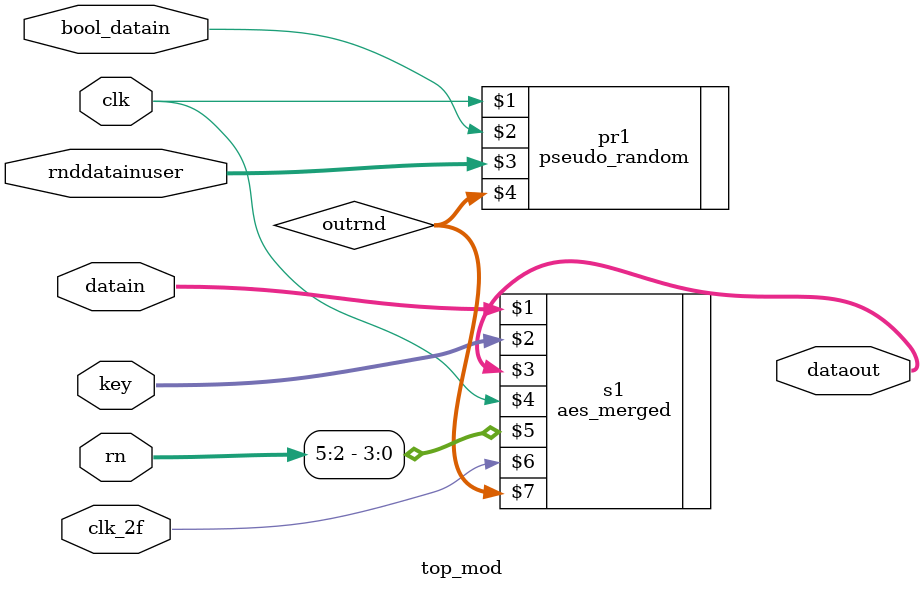
<source format=v>
`timescale 1ns / 1ps


module top_mod(input clk,input bool_datain, input [127:0] rnddatainuser,
input [127:0]datain, input [127:0] key,input[5:0] rn, input clk_2f,output [127:0]dataout);

wire [127:0] outrnd;

pseudo_random pr1(clk,bool_datain,rnddatainuser,outrnd);
aes_merged s1(datain,key,dataout,clk,rn[5:2],clk_2f,outrnd);

endmodule

</source>
